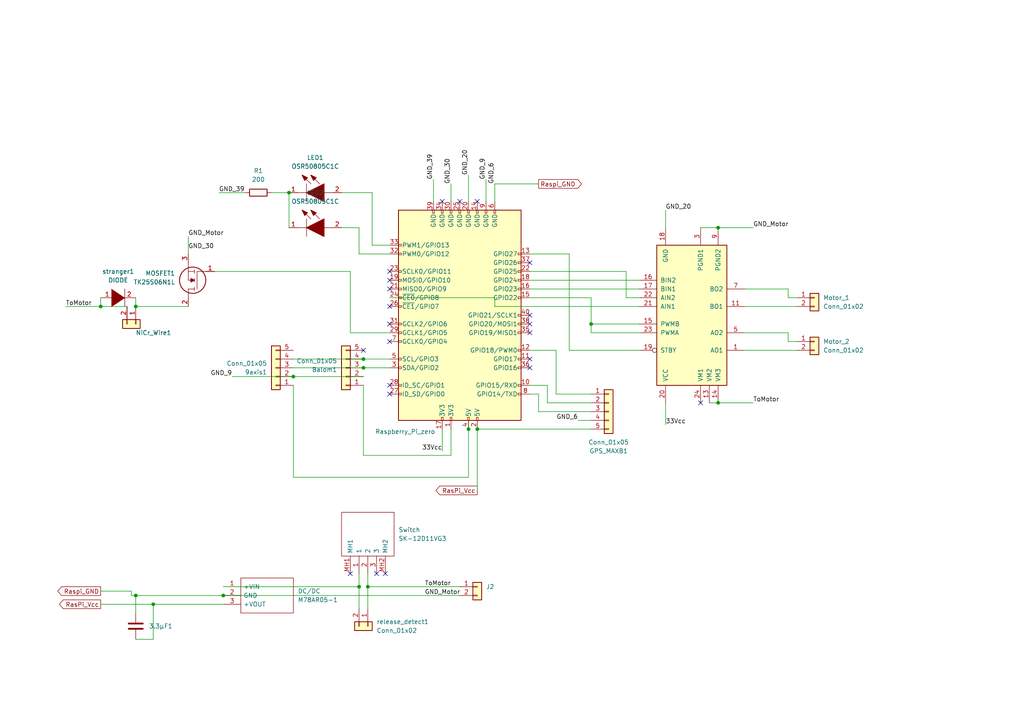
<source format=kicad_sch>
(kicad_sch (version 20211123) (generator eeschema)
  (paper "A4")
  (title_block (title "CanSat_MainBoard") (rev "1") (company "FUSiON_NEO"))
  (lib_symbols
    (symbol "Connector:Raspberry_Pi_2_3" (pin_names (offset 1.016))
      (property "Reference" "J" (at -17.78 31.75 0))
      (property "Value" "Raspberry_Pi_2_3" (at 10.16 -31.75 0))
      (symbol "Raspberry_Pi_2_3_0_1"
        (rectangle (start -17.78 30.48) (end 17.78 -30.48) (stroke (width 0.254)) (fill (type background)))
      )
      (symbol "Raspberry_Pi_2_3_1_1"
        (rectangle (start -16.891 -17.526) (end -17.78 -18.034))
        (rectangle (start -16.891 -14.986) (end -17.78 -15.494))
        (rectangle (start -16.891 -12.446) (end -17.78 -12.954))
        (rectangle (start -16.891 -9.906) (end -17.78 -10.414))
        (rectangle (start -16.891 -7.366) (end -17.78 -7.874))
        (rectangle (start -16.891 -4.826) (end -17.78 -5.334))
        (rectangle (start -16.891 0.254) (end -17.78 -0.254))
        (rectangle (start -16.891 2.794) (end -17.78 2.286))
        (rectangle (start -16.891 5.334) (end -17.78 4.826))
        (rectangle (start -16.891 10.414) (end -17.78 9.906))
        (rectangle (start -16.891 12.954) (end -17.78 12.446))
        (rectangle (start -16.891 15.494) (end -17.78 14.986))
        (rectangle (start -16.891 20.574) (end -17.78 20.066))
        (rectangle (start -16.891 23.114) (end -17.78 22.606))
        (rectangle (start -10.414 -29.591) (end -9.906 -30.48))
        (rectangle (start -7.874 -29.591) (end -7.366 -30.48))
        (rectangle (start -5.334 -29.591) (end -4.826 -30.48))
        (rectangle (start -5.334 30.48) (end -4.826 29.591))
        (rectangle (start -2.794 -29.591) (end -2.286 -30.48))
        (rectangle (start -2.794 30.48) (end -2.286 29.591))
        (rectangle (start -0.254 -29.591) (end 0.254 -30.48))
        (rectangle (start 2.286 -29.591) (end 2.794 -30.48))
        (rectangle (start 2.286 30.48) (end 2.794 29.591))
        (rectangle (start 4.826 -29.591) (end 5.334 -30.48))
        (rectangle (start 4.826 30.48) (end 5.334 29.591))
        (rectangle (start 7.366 -29.591) (end 7.874 -30.48))
        (rectangle (start 17.78 -20.066) (end 16.891 -20.574))
        (rectangle (start 17.78 -17.526) (end 16.891 -18.034))
        (rectangle (start 17.78 -12.446) (end 16.891 -12.954))
        (rectangle (start 17.78 -9.906) (end 16.891 -10.414))
        (rectangle (start 17.78 -7.366) (end 16.891 -7.874))
        (rectangle (start 17.78 -4.826) (end 16.891 -5.334))
        (rectangle (start 17.78 -2.286) (end 16.891 -2.794))
        (rectangle (start 17.78 2.794) (end 16.891 2.286))
        (rectangle (start 17.78 5.334) (end 16.891 4.826))
        (rectangle (start 17.78 7.874) (end 16.891 7.366))
        (rectangle (start 17.78 12.954) (end 16.891 12.446))
        (rectangle (start 17.78 15.494) (end 16.891 14.986))
        (rectangle (start 17.78 20.574) (end 16.891 20.066))
        (rectangle (start 17.78 23.114) (end 16.891 22.606))
        (pin power_in line (at 2.54 33.02 270) (length 2.54) (name "3V3") (number "1"))
        (pin bidirectional line (at -20.32 20.32 0) (length 2.54) (name "GPIO15/RXD") (number "10"))
        (pin bidirectional line (at -20.32 12.7 0) (length 2.54) (name "GPIO17") (number "11"))
        (pin bidirectional line (at -20.32 10.16 0) (length 2.54) (name "GPIO18/PWM0") (number "12"))
        (pin bidirectional line (at -20.32 -17.78 0) (length 2.54) (name "GPIO27") (number "13"))
        (pin power_in line (at -5.08 -33.02 90) (length 2.54) (name "GND") (number "14"))
        (pin bidirectional line (at -20.32 -5.08 0) (length 2.54) (name "GPIO22") (number "15"))
        (pin bidirectional line (at -20.32 -7.62 0) (length 2.54) (name "GPIO23") (number "16"))
        (pin power_in line (at 5.08 33.02 270) (length 2.54) (name "3V3") (number "17"))
        (pin bidirectional line (at -20.32 -10.16 0) (length 2.54) (name "GPIO24") (number "18"))
        (pin bidirectional line (at 20.32 -10.16 180) (length 2.54) (name "MOSI0/GPIO10") (number "19"))
        (pin power_in line (at -5.08 33.02 270) (length 2.54) (name "5V") (number "2"))
        (pin power_in line (at -2.54 -33.02 90) (length 2.54) (name "GND") (number "20"))
        (pin bidirectional line (at 20.32 -7.62 180) (length 2.54) (name "MISO0/GPIO9") (number "21"))
        (pin bidirectional line (at -20.32 -12.7 0) (length 2.54) (name "GPIO25") (number "22"))
        (pin bidirectional line (at 20.32 -12.7 180) (length 2.54) (name "SCLK0/GPIO11") (number "23"))
        (pin bidirectional line (at 20.32 -5.08 180) (length 2.54) (name "~{CE0}/GPIO8") (number "24"))
        (pin power_in line (at 0 -33.02 90) (length 2.54) (name "GND") (number "25"))
        (pin bidirectional line (at 20.32 -2.54 180) (length 2.54) (name "~{CE1}/GPIO7") (number "26"))
        (pin bidirectional line (at 20.32 22.86 180) (length 2.54) (name "ID_SD/GPIO0") (number "27"))
        (pin bidirectional line (at 20.32 20.32 180) (length 2.54) (name "ID_SC/GPIO1") (number "28"))
        (pin bidirectional line (at 20.32 5.08 180) (length 2.54) (name "GCLK1/GPIO5") (number "29"))
        (pin bidirectional line (at 20.32 15.24 180) (length 2.54) (name "SDA/GPIO2") (number "3"))
        (pin power_in line (at 2.54 -33.02 90) (length 2.54) (name "GND") (number "30"))
        (pin bidirectional line (at 20.32 2.54 180) (length 2.54) (name "GCLK2/GPIO6") (number "31"))
        (pin bidirectional line (at 20.32 -17.78 180) (length 2.54) (name "PWM0/GPIO12") (number "32"))
        (pin bidirectional line (at 20.32 -20.32 180) (length 2.54) (name "PWM1/GPIO13") (number "33"))
        (pin power_in line (at 5.08 -33.02 90) (length 2.54) (name "GND") (number "34"))
        (pin bidirectional line (at -20.32 5.08 0) (length 2.54) (name "GPIO19/MISO1") (number "35"))
        (pin bidirectional line (at -20.32 15.24 0) (length 2.54) (name "GPIO16") (number "36"))
        (pin bidirectional line (at -20.32 -15.24 0) (length 2.54) (name "GPIO26") (number "37"))
        (pin bidirectional line (at -20.32 2.54 0) (length 2.54) (name "GPIO20/MOSI1") (number "38"))
        (pin power_in line (at 7.62 -33.02 90) (length 2.54) (name "GND") (number "39"))
        (pin power_in line (at -2.54 33.02 270) (length 2.54) (name "5V") (number "4"))
        (pin bidirectional line (at -20.32 0 0) (length 2.54) (name "GPIO21/SCLK1") (number "40"))
        (pin bidirectional line (at 20.32 12.7 180) (length 2.54) (name "SCL/GPIO3") (number "5"))
        (pin power_in line (at -10.16 -33.02 90) (length 2.54) (name "GND") (number "6"))
        (pin bidirectional line (at 20.32 7.62 180) (length 2.54) (name "GCLK0/GPIO4") (number "7"))
        (pin bidirectional line (at -20.32 22.86 0) (length 2.54) (name "GPIO14/TXD") (number "8"))
        (pin power_in line (at -7.62 -33.02 90) (length 2.54) (name "GND") (number "9"))
      )
    )
    (symbol "Connector_Generic:Conn_01x02" (pin_names (offset 1.016) hide)
      (property "Reference" "J" (at 0 2.54 0))
      (property "Value" "Conn_01x02" (at 0 -5.08 0))
      (symbol "Conn_01x02_1_1"
        (rectangle (start -1.27 -2.413) (end 0 -2.667) (stroke (width 0.1524)))
        (rectangle (start -1.27 0.127) (end 0 -0.127) (stroke (width 0.1524)))
        (rectangle (start -1.27 1.27) (end 1.27 -3.81) (stroke (width 0.254)) (fill (type background)))
        (pin passive line (at -5.08 0 0) (length 3.81) (name "Pin_1") (number "1"))
        (pin passive line (at -5.08 -2.54 0) (length 3.81) (name "Pin_2") (number "2"))
      )
    )
    (symbol "Connector_Generic:Conn_01x05" (pin_names (offset 1.016) hide)
      (property "Reference" "J" (at 0 7.62 0))
      (property "Value" "Conn_01x05" (at 0 -7.62 0))
      (symbol "Conn_01x05_1_1"
        (rectangle (start -1.27 -4.953) (end 0 -5.207) (stroke (width 0.1524)))
        (rectangle (start -1.27 -2.413) (end 0 -2.667) (stroke (width 0.1524)))
        (rectangle (start -1.27 0.127) (end 0 -0.127) (stroke (width 0.1524)))
        (rectangle (start -1.27 2.667) (end 0 2.413) (stroke (width 0.1524)))
        (rectangle (start -1.27 5.207) (end 0 4.953) (stroke (width 0.1524)))
        (rectangle (start -1.27 6.35) (end 1.27 -6.35) (stroke (width 0.254)) (fill (type background)))
        (pin passive line (at -5.08 5.08 0) (length 3.81) (name "Pin_1") (number "1"))
        (pin passive line (at -5.08 2.54 0) (length 3.81) (name "Pin_2") (number "2"))
        (pin passive line (at -5.08 0 0) (length 3.81) (name "Pin_3") (number "3"))
        (pin passive line (at -5.08 -2.54 0) (length 3.81) (name "Pin_4") (number "4"))
        (pin passive line (at -5.08 -5.08 0) (length 3.81) (name "Pin_5") (number "5"))
      )
    )
    (symbol "Device:C" (pin_numbers hide) (pin_names (offset 0.254))
      (property "Reference" "C" (at 0.635 2.54 0))
      (property "Value" "C" (at 0.635 -2.54 0))
      (symbol "C_0_1"
        (polyline (pts (xy -2.032 -0.762) (xy 2.032 -0.762)) (stroke (width 0.508)))
        (polyline (pts (xy -2.032 0.762) (xy 2.032 0.762)) (stroke (width 0.508)))
      )
      (symbol "C_1_1"
        (pin passive line (at 0 3.81 270) (length 2.794) (name "~") (number "1"))
        (pin passive line (at 0 -3.81 90) (length 2.794) (name "~") (number "2"))
      )
    )
    (symbol "Device:R" (pin_numbers hide) (pin_names (offset 0))
      (property "Reference" "R" (at 2.032 0 90))
      (property "Value" "R" (at 0 0 90))
      (symbol "R_0_1"
        (rectangle (start -1.016 -2.54) (end 1.016 2.54) (stroke (width 0.254)))
      )
      (symbol "R_1_1"
        (pin passive line (at 0 3.81 270) (length 1.27) (name "~") (number "1"))
        (pin passive line (at 0 -3.81 90) (length 1.27) (name "~") (number "2"))
      )
    )
    (symbol "Driver_Motor:TB6612FNG" (pin_names (offset 1.016))
      (property "Reference" "U" (at 11.43 17.78 0))
      (property "Value" "TB6612FNG" (at 11.43 15.24 0))
      (symbol "TB6612FNG_0_1"
        (rectangle (start -10.16 20.32) (end 10.16 -20.32) (stroke (width 0.254)) (fill (type background)))
      )
      (symbol "TB6612FNG_1_1"
        (pin output line (at 15.24 10.16 180) (length 5.08) (name "AO1") (number "1"))
        (pin passive line (at 7.62 -25.4 90) (length 5.08) hide (name "PGND2") (number "10"))
        (pin output line (at 15.24 -2.54 180) (length 5.08) (name "BO1") (number "11"))
        (pin passive line (at 15.24 -2.54 180) (length 5.08) hide (name "BO1") (number "12"))
        (pin power_in line (at 5.08 25.4 270) (length 5.08) (name "VM2") (number "13"))
        (pin power_in line (at 7.62 25.4 270) (length 5.08) (name "VM3") (number "14"))
        (pin input line (at -15.24 2.54 0) (length 5.08) (name "PWMB") (number "15"))
        (pin input line (at -15.24 -10.16 0) (length 5.08) (name "BIN2") (number "16"))
        (pin input line (at -15.24 -7.62 0) (length 5.08) (name "BIN1") (number "17"))
        (pin power_in line (at -7.62 -25.4 90) (length 5.08) (name "GND") (number "18"))
        (pin input inverted (at -15.24 10.16 0) (length 5.08) (name "STBY") (number "19"))
        (pin passive line (at 15.24 10.16 180) (length 5.08) hide (name "AO1") (number "2"))
        (pin power_in line (at -7.62 25.4 270) (length 5.08) (name "VCC") (number "20"))
        (pin input line (at -15.24 -2.54 0) (length 5.08) (name "AIN1") (number "21"))
        (pin input line (at -15.24 -5.08 0) (length 5.08) (name "AIN2") (number "22"))
        (pin input line (at -15.24 5.08 0) (length 5.08) (name "PWMA") (number "23"))
        (pin power_in line (at 2.54 25.4 270) (length 5.08) (name "VM1") (number "24"))
        (pin power_in line (at 2.54 -25.4 90) (length 5.08) (name "PGND1") (number "3"))
        (pin passive line (at 2.54 -25.4 90) (length 5.08) hide (name "PGND1") (number "4"))
        (pin output line (at 15.24 5.08 180) (length 5.08) (name "AO2") (number "5"))
        (pin passive line (at 15.24 5.08 180) (length 5.08) hide (name "AO2") (number "6"))
        (pin output line (at 15.24 -7.62 180) (length 5.08) (name "BO2") (number "7"))
        (pin passive line (at 15.24 -7.62 180) (length 5.08) hide (name "BO2") (number "8"))
        (pin power_in line (at 7.62 -25.4 90) (length 5.08) (name "PGND2") (number "9"))
      )
    )
    (symbol "M78AR05-1:M78AR05-1" (pin_names (offset 0.762))
      (property "Reference" "PS" (at 21.59 7.62 0))
      (property "Value" "M78AR05-1" (at 21.59 5.08 0))
      (symbol "M78AR05-1_0_0"
        (pin passive line (at 0 0 0) (length 5.08) (name "+VIN") (number "1"))
        (pin passive line (at 0 -2.54 0) (length 5.08) (name "GND") (number "2"))
        (pin passive line (at 0 -5.08 0) (length 5.08) (name "+VOUT") (number "3"))
      )
      (symbol "M78AR05-1_0_1"
        (polyline (pts (xy 5.08 2.54) (xy 20.32 2.54) (xy 20.32 -7.62) (xy 5.08 -7.62) (xy 5.08 2.54)) (stroke (width 0.1524)))
      )
    )
    (symbol "OSR50805C1C:OSR50805C1C" (pin_names (offset 0.762))
      (property "Reference" "LED" (at 12.7 8.89 0))
      (property "Value" "OSR50805C1C" (at 12.7 6.35 0))
      (symbol "OSR50805C1C_0_0"
        (pin passive line (at 0 0 0) (length 2.54) (name "~") (number "1"))
        (pin passive line (at 15.24 0 180) (length 2.54) (name "~") (number "2"))
      )
      (symbol "OSR50805C1C_0_1"
        (polyline (pts (xy 2.54 0) (xy 5.08 0)) (stroke (width 0.1524)))
        (polyline (pts (xy 5.08 2.54) (xy 5.08 -2.54)) (stroke (width 0.1524)))
        (polyline (pts (xy 6.35 2.54) (xy 3.81 5.08)) (stroke (width 0.1524)))
        (polyline (pts (xy 8.89 2.54) (xy 6.35 5.08)) (stroke (width 0.1524)))
        (polyline (pts (xy 10.16 0) (xy 12.7 0)) (stroke (width 0.1524)))
        (polyline (pts (xy 5.08 0) (xy 10.16 2.54) (xy 10.16 -2.54) (xy 5.08 0)) (stroke (width 0.254)) (fill (type outline)))
        (polyline (pts (xy 5.334 4.318) (xy 4.572 3.556) (xy 3.81 5.08) (xy 5.334 4.318)) (stroke (width 0.254)) (fill (type outline)))
        (polyline (pts (xy 7.874 4.318) (xy 7.112 3.556) (xy 6.35 5.08) (xy 7.874 4.318)) (stroke (width 0.254)) (fill (type outline)))
      )
    )
    (symbol "SK-12D11VG3:SK-12D11VG3" (pin_names (offset 0.762))
      (property "Reference" "S" (at 19.05 7.62 0))
      (property "Value" "SK-12D11VG3" (at 19.05 5.08 0))
      (symbol "SK-12D11VG3_0_0"
        (pin passive line (at 0 -2.54 0) (length 5.08) (name "1") (number "1"))
        (pin passive line (at 0 -5.08 0) (length 5.08) (name "2") (number "2"))
        (pin passive line (at 0 -7.62 0) (length 5.08) (name "3") (number "3"))
        (pin passive line (at 0 0 0) (length 5.08) (name "MH1") (number "MH1"))
        (pin passive line (at 0 -10.16 0) (length 5.08) (name "MH2") (number "MH2"))
      )
      (symbol "SK-12D11VG3_0_1"
        (polyline (pts (xy 5.08 2.54) (xy 17.78 2.54) (xy 17.78 -12.7) (xy 5.08 -12.7) (xy 5.08 2.54)) (stroke (width 0.1524)))
      )
    )
    (symbol "TK25S06N1L_LQ:TK25S06N1L,LQ" (pin_names (offset 0.762))
      (property "Reference" "Q" (at 11.43 3.81 0))
      (property "Value" "TK25S06N1L,LQ" (at 11.43 1.27 0))
      (symbol "TK25S06N1L,LQ_0_0"
        (pin passive line (at 0 0 0) (length 2.54) (name "~") (number "1"))
        (pin passive line (at 7.62 10.16 270) (length 2.54) (name "~") (number "2"))
        (pin passive line (at 7.62 -5.08 90) (length 2.54) (name "~") (number "3"))
      )
      (symbol "TK25S06N1L,LQ_0_1"
        (polyline (pts (xy 5.842 -0.508) (xy 5.842 0.508)) (stroke (width 0.1524)))
        (polyline (pts (xy 5.842 0) (xy 7.62 0)) (stroke (width 0.1524)))
        (polyline (pts (xy 5.842 2.032) (xy 5.842 3.048)) (stroke (width 0.1524)))
        (polyline (pts (xy 5.842 5.588) (xy 5.842 4.572)) (stroke (width 0.1524)))
        (polyline (pts (xy 7.62 2.54) (xy 5.842 2.54)) (stroke (width 0.1524)))
        (polyline (pts (xy 7.62 2.54) (xy 7.62 -2.54)) (stroke (width 0.1524)))
        (polyline (pts (xy 7.62 5.08) (xy 5.842 5.08)) (stroke (width 0.1524)))
        (polyline (pts (xy 7.62 5.08) (xy 7.62 7.62)) (stroke (width 0.1524)))
        (polyline (pts (xy 2.54 0) (xy 5.08 0) (xy 5.08 5.08)) (stroke (width 0.1524)))
        (polyline (pts (xy 5.842 2.54) (xy 6.858 3.048) (xy 6.858 2.032) (xy 5.842 2.54)) (stroke (width 0.254)) (fill (type outline)))
        (circle (center 6.35 2.54) (radius 3.81) (stroke (width 0.254)))
      )
    )
    (symbol "pspice:DIODE" (pin_names (offset 1.016) hide)
      (property "Reference" "D" (at 0 3.81 0))
      (property "Value" "DIODE" (at 0 -4.445 0))
      (symbol "DIODE_0_1"
        (polyline (pts (xy 1.905 2.54) (xy 1.905 -2.54)))
        (polyline (pts (xy -1.905 2.54) (xy -1.905 -2.54) (xy 1.905 0)) (fill (type outline)))
      )
      (symbol "DIODE_1_1"
        (pin input line (at -5.08 0 0) (length 3.81) (name "K") (number "1"))
        (pin input line (at 5.08 0 180) (length 3.81) (name "A") (number "2"))
      )
    )
  )
  (junction (at 39.37 172.72))
  (junction (at 138.43 124.46))
  (junction (at 85.09 109.22))
  (junction (at 106.68 170.18))
  (junction (at 135.89 124.46))
  (junction (at 39.37 88.9))
  (junction (at 29.21 88.9))
  (junction (at 104.14 170.18))
  (junction (at 64.77 172.72))
  (junction (at 105.41 106.68))
  (junction (at 208.28 116.84))
  (junction (at 105.41 104.14))
  (junction (at 208.28 66.04))
  (junction (at 83.82 55.88))
  (junction (at 171.45 93.98))
  (junction (at 44.45 175.26))
  (no_connect (at 105.41 101.6))
  (no_connect (at 153.67 106.68))
  (no_connect (at 153.67 104.14))
  (no_connect (at 153.67 96.52))
  (no_connect (at 153.67 93.98))
  (no_connect (at 153.67 91.44))
  (no_connect (at 138.43 58.42))
  (no_connect (at 133.35 58.42))
  (no_connect (at 128.27 58.42))
  (no_connect (at 153.67 76.2))
  (no_connect (at 113.03 78.74))
  (no_connect (at 113.03 111.76))
  (no_connect (at 113.03 114.3))
  (no_connect (at 113.03 81.28))
  (no_connect (at 113.03 83.82))
  (no_connect (at 113.03 88.9))
  (no_connect (at 113.03 93.98))
  (no_connect (at 113.03 99.06))
  (no_connect (at 111.76 166.37))
  (no_connect (at 101.6 166.37))
  (no_connect (at 109.22 166.37))
  (no_connect (at 203.2 116.84))
  (wire (pts (xy 104.14 73.66) (xy 104.14 66.04)))
  (wire (pts (xy 228.6 86.36) (xy 231.14 86.36)))
  (wire (pts (xy 64.77 172.72) (xy 133.35 172.72)))
  (wire (pts (xy 135.89 124.46) (xy 135.89 121.92)))
  (wire (pts (xy 104.14 66.04) (xy 99.06 66.04)))
  (wire (pts (xy 153.67 83.82) (xy 185.42 83.82)))
  (wire (pts (xy 113.03 73.66) (xy 104.14 73.66)))
  (wire (pts (xy 153.67 78.74) (xy 181.61 78.74)))
  (wire (pts (xy 181.61 86.36) (xy 185.42 86.36)))
  (wire (pts (xy 104.14 166.37) (xy 104.14 170.18)))
  (wire (pts (xy 215.9 88.9) (xy 231.14 88.9)))
  (wire (pts (xy 85.09 111.76) (xy 85.09 138.43)))
  (wire (pts (xy 38.1 172.72) (xy 39.37 172.72)))
  (wire (pts (xy 208.28 66.04) (xy 218.44 66.04)))
  (wire (pts (xy 158.75 111.76) (xy 153.67 111.76)))
  (wire (pts (xy 78.74 55.88) (xy 83.82 55.88)))
  (wire (pts (xy 171.45 93.98) (xy 171.45 96.52)))
  (wire (pts (xy 85.09 109.22) (xy 67.31 109.22)))
  (wire (pts (xy 135.89 124.46) (xy 135.89 138.43)))
  (wire (pts (xy 153.67 101.6) (xy 161.29 101.6)))
  (wire (pts (xy 107.95 55.88) (xy 99.06 55.88)))
  (wire (pts (xy 153.67 86.36) (xy 171.45 86.36)))
  (wire (pts (xy 156.21 114.3) (xy 153.67 114.3)))
  (wire (pts (xy 171.45 96.52) (xy 185.42 96.52)))
  (wire (pts (xy 39.37 86.36) (xy 39.37 88.9)))
  (wire (pts (xy 208.28 116.84) (xy 218.44 116.84)))
  (wire (pts (xy 143.51 86.36) (xy 143.51 88.9)))
  (wire (pts (xy 215.9 83.82) (xy 228.6 83.82)))
  (wire (pts (xy 113.03 96.52) (xy 101.6 96.52)))
  (wire (pts (xy 228.6 83.82) (xy 228.6 86.36)))
  (wire (pts (xy 106.68 166.37) (xy 106.68 170.18)))
  (wire (pts (xy 193.04 116.84) (xy 193.04 123.19)))
  (wire (pts (xy 63.5 55.88) (xy 71.12 55.88)))
  (wire (pts (xy 205.74 116.84) (xy 208.28 116.84)))
  (wire (pts (xy 143.51 58.42) (xy 143.51 53.34)))
  (wire (pts (xy 105.41 109.22) (xy 85.09 109.22)))
  (wire (pts (xy 171.45 124.46) (xy 138.43 124.46)))
  (wire (pts (xy 105.41 111.76) (xy 105.41 132.08)))
  (wire (pts (xy 107.95 71.12) (xy 107.95 55.88)))
  (wire (pts (xy 39.37 88.9) (xy 54.61 88.9)))
  (wire (pts (xy 29.21 88.9) (xy 36.83 88.9)))
  (wire (pts (xy 113.03 86.36) (xy 143.51 86.36)))
  (wire (pts (xy 106.68 170.18) (xy 106.68 176.53)))
  (wire (pts (xy 113.03 71.12) (xy 107.95 71.12)))
  (wire (pts (xy 44.45 175.26) (xy 44.45 185.42)))
  (wire (pts (xy 156.21 114.3) (xy 156.21 119.38)))
  (wire (pts (xy 130.81 132.08) (xy 130.81 124.46)))
  (wire (pts (xy 85.09 138.43) (xy 135.89 138.43)))
  (wire (pts (xy 104.14 170.18) (xy 104.14 176.53)))
  (wire (pts (xy 39.37 172.72) (xy 39.37 177.8)))
  (wire (pts (xy 54.61 68.58) (xy 54.61 73.66)))
  (wire (pts (xy 135.89 50.8) (xy 135.89 58.42)))
  (wire (pts (xy 185.42 101.6) (xy 165.1 101.6)))
  (wire (pts (xy 171.45 114.3) (xy 161.29 114.3)))
  (wire (pts (xy 143.51 53.34) (xy 156.21 53.34)))
  (wire (pts (xy 138.43 124.46) (xy 138.43 142.24)))
  (wire (pts (xy 113.03 104.14) (xy 105.41 104.14)))
  (wire (pts (xy 171.45 93.98) (xy 185.42 93.98)))
  (wire (pts (xy 215.9 101.6) (xy 231.14 101.6)))
  (wire (pts (xy 105.41 106.68) (xy 85.09 106.68)))
  (wire (pts (xy 105.41 104.14) (xy 85.09 104.14)))
  (wire (pts (xy 19.05 88.9) (xy 29.21 88.9)))
  (wire (pts (xy 143.51 88.9) (xy 185.42 88.9)))
  (wire (pts (xy 215.9 96.52) (xy 228.6 96.52)))
  (wire (pts (xy 193.04 60.96) (xy 193.04 66.04)))
  (wire (pts (xy 29.21 86.36) (xy 29.21 88.9)))
  (wire (pts (xy 29.21 171.45) (xy 38.1 171.45)))
  (wire (pts (xy 140.97 58.42) (xy 140.97 52.07)))
  (wire (pts (xy 130.81 53.34) (xy 130.81 58.42)))
  (wire (pts (xy 62.23 78.74) (xy 101.6 78.74)))
  (wire (pts (xy 38.1 171.45) (xy 38.1 172.72)))
  (wire (pts (xy 44.45 175.26) (xy 64.77 175.26)))
  (wire (pts (xy 171.45 121.92) (xy 167.64 121.92)))
  (wire (pts (xy 153.67 81.28) (xy 185.42 81.28)))
  (wire (pts (xy 106.68 170.18) (xy 133.35 170.18)))
  (wire (pts (xy 171.45 119.38) (xy 156.21 119.38)))
  (wire (pts (xy 39.37 172.72) (xy 64.77 172.72)))
  (wire (pts (xy 29.21 175.26) (xy 44.45 175.26)))
  (wire (pts (xy 64.77 170.18) (xy 104.14 170.18)))
  (wire (pts (xy 113.03 106.68) (xy 105.41 106.68)))
  (wire (pts (xy 125.73 52.07) (xy 125.73 58.42)))
  (wire (pts (xy 165.1 73.66) (xy 153.67 73.66)))
  (wire (pts (xy 158.75 111.76) (xy 158.75 116.84)))
  (wire (pts (xy 171.45 86.36) (xy 171.45 93.98)))
  (wire (pts (xy 203.2 66.04) (xy 208.28 66.04)))
  (wire (pts (xy 161.29 101.6) (xy 161.29 114.3)))
  (wire (pts (xy 128.27 124.46) (xy 128.27 130.81)))
  (wire (pts (xy 105.41 132.08) (xy 130.81 132.08)))
  (wire (pts (xy 181.61 78.74) (xy 181.61 86.36)))
  (wire (pts (xy 83.82 55.88) (xy 83.82 66.04)))
  (wire (pts (xy 228.6 96.52) (xy 228.6 99.06)))
  (wire (pts (xy 228.6 99.06) (xy 231.14 99.06)))
  (wire (pts (xy 165.1 101.6) (xy 165.1 73.66)))
  (wire (pts (xy 39.37 185.42) (xy 44.45 185.42)))
  (wire (pts (xy 171.45 116.84) (xy 158.75 116.84)))
  (wire (pts (xy 101.6 78.74) (xy 101.6 96.52)))
  (label "33Vcc" (at 193.04 123.19 0))
  (label "GND_Motor" (at 123.19 172.72 0))
  (label "GND_39" (at 63.5 55.88 0))
  (label "GND_30" (at 54.61 72.39 0))
  (label "GND_9" (at 140.97 52.07 90))
  (label "GND_6" (at 143.51 53.34 90))
  (label "GND_Motor" (at 54.61 68.58 0))
  (label "ToMotor" (at 218.44 116.84 0))
  (label "ToMotor" (at 19.05 88.9 0))
  (label "ToMotor" (at 123.19 170.18 0))
  (label "GND_20" (at 135.89 50.8 90))
  (label "GND_Motor" (at 218.44 66.04 0))
  (label "GND_6" (at 167.64 121.92 180))
  (label "GND_39" (at 125.73 52.07 90))
  (label "GND_30" (at 130.81 53.34 90))
  (label "GND_20" (at 193.04 60.96 0))
  (label "GND_9" (at 67.31 109.22 180))
  (label "33Vcc" (at 128.27 130.81 180))
  (global_label "Raspi_GND" (shape output) (at 156.21 53.34 0) (property "シート間のリファレンス" "${INTERSHEET_REFS}" (effects hide)))
  (global_label "RasPi_Vcc" (shape output) (at 29.21 175.26 180) (property "シート間のリファレンス" "${INTERSHEET_REFS}" (effects hide)))
  (global_label "RasPi_Vcc" (shape output) (at 138.43 142.24 180) (property "シート間のリファレンス" "${INTERSHEET_REFS}" (effects hide)))
  (global_label "Raspi_GND" (shape output) (at 29.21 171.45 180) (property "シート間のリファレンス" "${INTERSHEET_REFS}" (effects hide)))
  (symbol (lib_id "Connector_Generic:Conn_01x02") (at 39.37 93.98 270) (unit 1)
    (property "Reference" "NiCr_Wire1" (at 39.3701 96.52 90) (effects (justify left)))
    (property "Value" "Conn_01x02" (effects hide))
    (property "Footprint" "Connector_JST:JST_EH_S2B-EH_1x02_P2.50mm_Horizontal" (effects hide))
  )
  (symbol (lib_id "pspice:DIODE") (at 34.29 86.36 0) (unit 1)
    (property "Reference" "stranger1" (at 34.29 78.74 0))
    (property "Value" "DIODE" (at 34.29 81.28 0))
    (property "Footprint" "Diode_THT:D_5KPW_P12.70mm_Horizontal" (effects hide))
  )
  (symbol (lib_id "Connector_Generic:Conn_01x05") (at 176.53 119.38 0) (unit 1)
    (property "Reference" "GPS_MAXB1" (at 176.53 130.81 0))
    (property "Value" "Conn_01x05" (at 176.53 128.27 0))
    (property "Footprint" "Connector_JST:JST_EH_S5B-EH_1x05_P2.50mm_Horizontal" (effects hide))
  )
  (symbol (lib_id "Connector_Generic:Conn_01x02") (at 236.22 86.36 0) (unit 1)
    (property "Reference" "Motor_1" (at 238.76 86.3599 0) (effects (justify left)))
    (property "Value" "Conn_01x02" (at 238.76 88.8999 0) (effects (justify left)))
    (property "Footprint" "Connector_JST:JST_EH_S2B-EH_1x02_P2.50mm_Horizontal" (effects hide))
  )
  (symbol (lib_id "OSR50805C1C:OSR50805C1C") (at 83.82 66.04 0) (unit 1)
    (property "Reference" "LED2" (at 91.44 55.88 0))
    (property "Value" "OSR50805C1C" (at 91.44 58.42 0))
    (property "Footprint" "LED_SMD:LED_0805_2012Metric" (effects hide))
    (property "Datasheet" "http://akizukidenshi.com/download/ds/optosupply/OSXX0805C1C.pdf" (effects hide))
    (property "Description" "2.0x1.25x1.0mm(0805) standard package." (effects hide))
    (property "Height" "1.2" (effects hide))
    (property "Manufacturer_Name" "OptoSupply" (effects hide))
    (property "Manufacturer_Part_Number" "OSR50805C1C" (effects hide))
  )
  (symbol (lib_id "M78AR05-1:M78AR05-1") (at 64.77 170.18 0) (unit 1)
    (property "Reference" "DC/DC" (at 86.36 171.4499 0) (effects (justify left)))
    (property "Value" "M78AR05-1" (at 86.36 173.9899 0) (effects (justify left)))
    (property "Footprint" "Regulator:M78AR05-1" (effects hide))
    (property "Datasheet" "https://www.minmax.com.tw/en/download/files/692/M78AR-1_Datasheet.pdf" (effects hide))
    (property "Description" "Switching Regulator 1A, SIP Package" (effects hide))
    (property "Manufacturer_Name" "Minmax" (effects hide))
    (property "Manufacturer_Part_Number" "M78AR05-1" (effects hide))
  )
  (symbol (lib_id "Connector_Generic:Conn_01x02") (at 236.22 99.06 0) (unit 1)
    (property "Reference" "Motor_2" (at 238.76 99.0599 0) (effects (justify left)))
    (property "Value" "Conn_01x02" (at 238.76 101.5999 0) (effects (justify left)))
    (property "Footprint" "Connector_JST:JST_EH_S2B-EH_1x02_P2.50mm_Horizontal" (effects hide))
  )
  (symbol (lib_id "Connector_Generic:Conn_01x05") (at 80.01 106.68 180) (unit 1)
    (property "Reference" "9axis1" (at 77.47 107.9501 0) (effects (justify left)))
    (property "Value" "Conn_01x05" (at 77.47 105.4101 0) (effects (justify left)))
    (property "Footprint" "Connector_JST:JST_EH_S5B-EH_1x05_P2.50mm_Horizontal" (effects hide))
  )
  (symbol (lib_id "SK-12D11VG3:SK-12D11VG3") (at 101.6 166.37 90) (unit 1)
    (property "Reference" "Switch" (at 115.57 153.6699 90) (effects (justify right)))
    (property "Value" "SK-12D11VG3" (at 115.57 156.2099 90) (effects (justify right)))
    (property "Footprint" "switch:SK-12D11VG3" (effects hide))
    (property "Datasheet" "https://akizukidenshi.com/download/ds/jinbeili/AKIZUKI-SK-12D11VG3.pdf" (effects hide))
    (property "Description" "Slide Switch" (effects hide))
    (property "Height" "3.8" (effects hide))
    (property "Manufacturer_Name" "Xiamen" (effects hide))
    (property "Manufacturer_Part_Number" "SK-12D11VG3" (effects hide))
  )
  (symbol (lib_id "TK25S06N1L_LQ:TK25S06N1L,LQ") (at 62.23 78.74 180) (unit 1)
    (property "Reference" "MOSFET1" (at 50.8 80.0099 0) (effects (justify left top)))
    (property "Value" "TK25S06N1L" (at 50.8 82.5499 0) (effects (justify left top)))
    (property "Footprint" "Mosfet:TK25s06N1L" (effects hide))
    (property "Datasheet" "https://toshiba.semicon-storage.com/" (effects hide))
    (property "Description" "Pb-F POWER MOSFET TRANSISTOR DPAK+ PD=57W F=1MHZ" (effects hide))
    (property "Height" "2.5" (effects hide))
    (property "Manufacturer_Name" "Toshiba" (effects hide))
    (property "Manufacturer_Part_Number" "TK25S06N1L,LQ" (effects hide))
    (property "Mouser Part Number" "757-TK25S06N1LLQ" (effects hide))
    (property "Mouser Price/Stock" "https://www.mouser.co.uk/ProductDetail/Toshiba/TK25S06N1LLQ?qs=B6kkDfuK7%2FDkhNLj06vMjQ%3D%3D" (effects hide))
    (property "Arrow Part Number" "TK25S06N1L,LQ" (effects hide))
    (property "Arrow Price/Stock" "https://www.arrow.com/en/products/tk25s06n1llq/toshiba" (effects hide))
  )
  (symbol (lib_id "Connector:Raspberry_Pi_2_3") (at 133.35 91.44 180) (unit 1)
    (property "Reference" "J1" (effects hide))
    (property "Value" "Raspberry_Pi_zero" (at 126.2506 124.46 0) (effects (justify left bottom)))
    (property "Footprint" "Connector_PinSocket_2.54mm:PinSocket_2x20_P2.54mm_Vertical" (effects hide))
    (property "Datasheet" "https://www.raspberrypi.org/documentation/hardware/raspberrypi/schematics/rpi_SCH_3bplus_1p0_reduced.pdf" (effects hide))
  )
  (symbol (lib_id "Device:C") (at 39.37 181.61 0) (unit 1)
    (property "Reference" "3.3μF1" (at 43.18 181.6099 0) (effects (justify left)))
    (property "Value" "C" (effects hide))
    (property "Footprint" "Capacitor_SMD:C_0603_1608Metric" (effects hide))
  )
  (symbol (lib_id "Connector_Generic:Conn_01x02") (at 138.43 170.18 0) (unit 1)
    (property "Reference" "J2" (at 140.97 170.1799 0) (effects (justify left)))
    (property "Value" "Conn_01x02" (effects hide))
    (property "Footprint" "TerminalBlock:TerminalBlock_Altech_AK300-2_P5.00mm" (effects hide))
  )
  (symbol (lib_id "OSR50805C1C:OSR50805C1C") (at 83.82 55.88 0) (unit 1)
    (property "Reference" "LED1" (at 91.44 45.72 0))
    (property "Value" "OSR50805C1C" (at 91.44 48.26 0))
    (property "Footprint" "LED_SMD:LED_0805_2012Metric" (effects hide))
    (property "Datasheet" "http://akizukidenshi.com/download/ds/optosupply/OSXX0805C1C.pdf" (effects hide))
    (property "Description" "2.0x1.25x1.0mm(0805) standard package." (effects hide))
    (property "Height" "1.2" (effects hide))
    (property "Manufacturer_Name" "OptoSupply" (effects hide))
    (property "Manufacturer_Part_Number" "OSR50805C1C" (effects hide))
  )
  (symbol (lib_id "Connector_Generic:Conn_01x02") (at 106.68 181.61 270) (unit 1)
    (property "Reference" "release_detect1" (at 109.22 180.3399 90) (effects (justify left)))
    (property "Value" "Conn_01x02" (at 109.22 182.8799 90) (effects (justify left)))
    (property "Footprint" "Connector_JST:JST_EH_B2B-EH-A_1x02_P2.50mm_Vertical" (effects hide))
  )
  (symbol (lib_id "Connector_Generic:Conn_01x05") (at 100.33 106.68 180) (unit 1)
    (property "Reference" "Balom1" (at 97.79 107.9501 0) (effects (justify left top)))
    (property "Value" "Conn_01x05" (at 97.79 105.4101 0) (effects (justify left top)))
    (property "Footprint" "Connector_JST:JST_EH_B5B-EH-A_1x05_P2.50mm_Vertical" (effects hide))
  )
  (symbol (lib_id "Device:R") (at 74.93 55.88 90) (unit 1)
    (property "Reference" "R1" (at 74.93 49.53 90))
    (property "Value" "200" (at 74.93 52.07 90))
    (property "Footprint" "Resistor_SMD:R_2512_6332Metric" (effects hide))
  )
  (symbol (lib_id "Driver_Motor:TB6612FNG") (at 200.66 91.44 0) (mirror x) (unit 1)
    (property "Reference" "U1" (effects hide))
    (property "Value" "TB6612FNG" (effects hide))
    (property "Footprint" "Package_SO:SSOP-24_5.3x8.2mm_P0.65mm" (effects hide))
    (property "Datasheet" "https://toshiba.semicon-storage.com/us/product/linear/motordriver/detail.TB6612FNG.html" (effects hide))
  )
)
</source>
